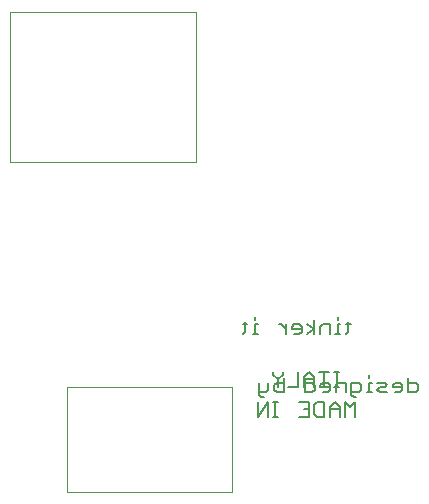
<source format=gbo>
G75*
%MOIN*%
%OFA0B0*%
%FSLAX25Y25*%
%IPPOS*%
%LPD*%
%AMOC8*
5,1,8,0,0,1.08239X$1,22.5*
%
%ADD10C,0.00700*%
%ADD11C,0.00000*%
D10*
X0083517Y0086622D02*
X0083517Y0091526D01*
X0084614Y0093145D02*
X0085432Y0093145D01*
X0084614Y0093145D02*
X0083797Y0093962D01*
X0083797Y0098049D01*
X0087066Y0098049D02*
X0087066Y0095597D01*
X0086249Y0094780D01*
X0083797Y0094780D01*
X0086787Y0091526D02*
X0083517Y0086622D01*
X0086787Y0086622D02*
X0086787Y0091526D01*
X0088590Y0091526D02*
X0090224Y0091526D01*
X0089407Y0091526D02*
X0089407Y0086622D01*
X0090224Y0086622D02*
X0088590Y0086622D01*
X0097268Y0086622D02*
X0100537Y0086622D01*
X0100537Y0091526D01*
X0097268Y0091526D01*
X0098902Y0089074D02*
X0100537Y0089074D01*
X0102424Y0087439D02*
X0102424Y0090709D01*
X0103241Y0091526D01*
X0105694Y0091526D01*
X0105694Y0086622D01*
X0103241Y0086622D01*
X0102424Y0087439D01*
X0107581Y0086622D02*
X0107581Y0089891D01*
X0109215Y0091526D01*
X0110850Y0089891D01*
X0110850Y0086622D01*
X0112737Y0086622D02*
X0112737Y0091526D01*
X0114372Y0089891D01*
X0116006Y0091526D01*
X0116006Y0086622D01*
X0110850Y0089074D02*
X0107581Y0089074D01*
X0114735Y0093962D02*
X0114735Y0098049D01*
X0117187Y0098049D01*
X0118005Y0097232D01*
X0118005Y0095597D01*
X0117187Y0094780D01*
X0114735Y0094780D01*
X0114735Y0093962D02*
X0115553Y0093145D01*
X0116370Y0093145D01*
X0119808Y0094780D02*
X0121442Y0094780D01*
X0120625Y0094780D02*
X0120625Y0098049D01*
X0121442Y0098049D01*
X0120625Y0099684D02*
X0120625Y0100501D01*
X0123329Y0098049D02*
X0125781Y0098049D01*
X0126599Y0097232D01*
X0125781Y0096414D01*
X0124147Y0096414D01*
X0123329Y0095597D01*
X0124147Y0094780D01*
X0126599Y0094780D01*
X0128486Y0096414D02*
X0131755Y0096414D01*
X0131755Y0095597D02*
X0131755Y0097232D01*
X0130938Y0098049D01*
X0129303Y0098049D01*
X0128486Y0097232D01*
X0128486Y0096414D01*
X0129303Y0094780D02*
X0130938Y0094780D01*
X0131755Y0095597D01*
X0133642Y0094780D02*
X0136094Y0094780D01*
X0136912Y0095597D01*
X0136912Y0097232D01*
X0136094Y0098049D01*
X0133642Y0098049D01*
X0133642Y0099684D02*
X0133642Y0094780D01*
X0112848Y0094780D02*
X0112848Y0098049D01*
X0110396Y0098049D01*
X0109579Y0097232D01*
X0109579Y0094780D01*
X0109876Y0096622D02*
X0109876Y0101526D01*
X0109059Y0101526D02*
X0110694Y0101526D01*
X0107256Y0101526D02*
X0103986Y0101526D01*
X0105621Y0101526D02*
X0105621Y0096622D01*
X0104422Y0096414D02*
X0107692Y0096414D01*
X0107692Y0095597D02*
X0107692Y0097232D01*
X0106875Y0098049D01*
X0105240Y0098049D01*
X0104422Y0097232D01*
X0104422Y0096414D01*
X0105240Y0094780D02*
X0106875Y0094780D01*
X0107692Y0095597D01*
X0109059Y0096622D02*
X0110694Y0096622D01*
X0102536Y0097232D02*
X0101718Y0098049D01*
X0099266Y0098049D01*
X0098830Y0099074D02*
X0102100Y0099074D01*
X0102100Y0099891D02*
X0100465Y0101526D01*
X0098830Y0099891D01*
X0098830Y0096622D01*
X0096943Y0096622D02*
X0093674Y0096622D01*
X0092223Y0098049D02*
X0089771Y0098049D01*
X0088953Y0097232D01*
X0088953Y0095597D01*
X0089771Y0094780D01*
X0092223Y0094780D01*
X0092223Y0099684D01*
X0091787Y0100709D02*
X0090152Y0099074D01*
X0090152Y0096622D01*
X0090152Y0099074D02*
X0088517Y0100709D01*
X0088517Y0101526D01*
X0091787Y0101526D02*
X0091787Y0100709D01*
X0096943Y0101526D02*
X0096943Y0096622D01*
X0099266Y0094780D02*
X0101718Y0094780D01*
X0102536Y0095597D01*
X0102536Y0097232D01*
X0102100Y0096622D02*
X0102100Y0099891D01*
X0099266Y0099684D02*
X0099266Y0094780D01*
X0099960Y0114122D02*
X0102412Y0115757D01*
X0099960Y0117391D01*
X0098115Y0116574D02*
X0097298Y0117391D01*
X0095663Y0117391D01*
X0094846Y0116574D01*
X0094846Y0115757D01*
X0098115Y0115757D01*
X0098115Y0116574D02*
X0098115Y0114939D01*
X0097298Y0114122D01*
X0095663Y0114122D01*
X0092959Y0114122D02*
X0092959Y0117391D01*
X0092959Y0115757D02*
X0091324Y0117391D01*
X0090507Y0117391D01*
X0083506Y0117391D02*
X0082688Y0117391D01*
X0082688Y0114122D01*
X0081871Y0114122D02*
X0083506Y0114122D01*
X0079251Y0114939D02*
X0079251Y0118209D01*
X0080068Y0117391D02*
X0078433Y0117391D01*
X0079251Y0114939D02*
X0078433Y0114122D01*
X0082688Y0119026D02*
X0082688Y0119844D01*
X0102412Y0119026D02*
X0102412Y0114122D01*
X0104299Y0114122D02*
X0104299Y0116574D01*
X0105117Y0117391D01*
X0107569Y0117391D01*
X0107569Y0114122D01*
X0109372Y0114122D02*
X0111006Y0114122D01*
X0110189Y0114122D02*
X0110189Y0117391D01*
X0111006Y0117391D01*
X0112809Y0117391D02*
X0114444Y0117391D01*
X0113627Y0118209D02*
X0113627Y0114939D01*
X0112809Y0114122D01*
X0110189Y0119026D02*
X0110189Y0119844D01*
D11*
X0020000Y0096557D02*
X0020000Y0061557D01*
X0075000Y0061557D01*
X0075000Y0096557D01*
X0020000Y0096557D01*
X0001000Y0171557D02*
X0063000Y0171557D01*
X0063000Y0221557D01*
X0001000Y0221557D01*
X0001000Y0171557D01*
M02*

</source>
